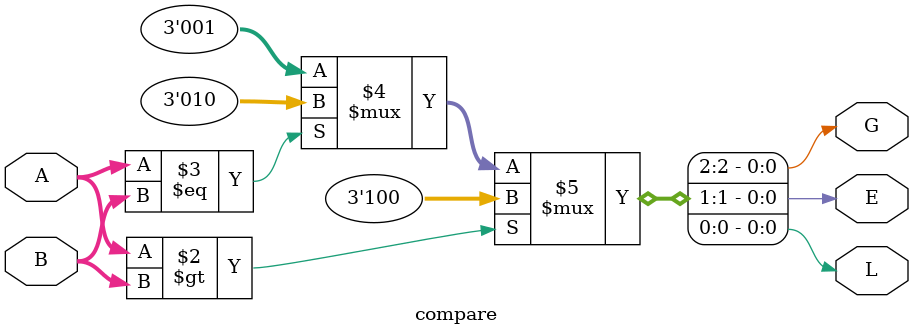
<source format=v>
`timescale 1ns / 1ps


module compare#(parameter DATA_WIDTH = 8)(A,B,G,E,L);
    input [DATA_WIDTH-1:0]A;
    input [DATA_WIDTH-1:0]B;
    output reg G,E,L;

    initial 
    begin
        G=0;
        E=0;
        L=0;
    end
    
    always@(A or B)
    begin
        {G,E,L}=(A>B)?3'b100:(A==B)?3'b010:3'b001;
    end
endmodule

</source>
